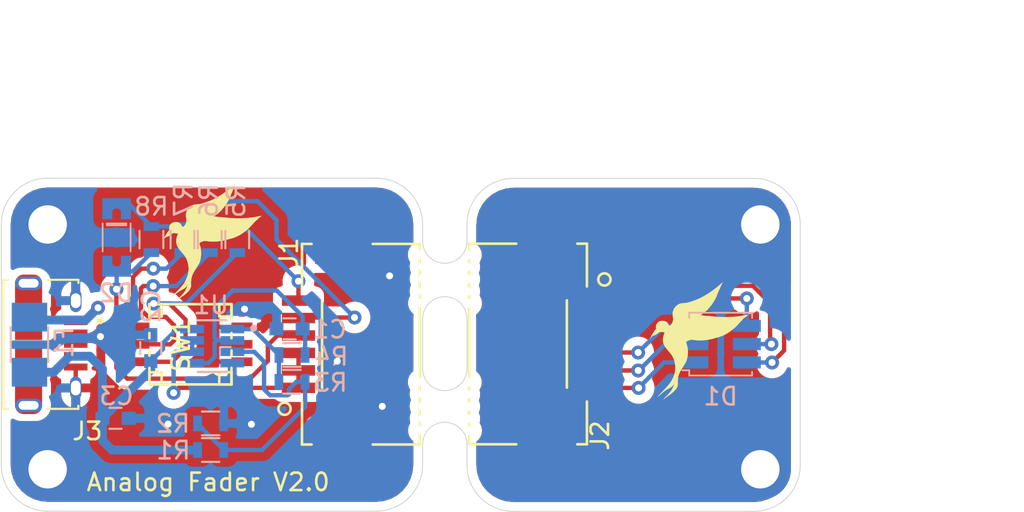
<source format=kicad_pcb>
(kicad_pcb (version 20171130) (host pcbnew "(5.1.9)-1")
  (layers (0 F.Cu signal hide) (31 B.Cu signal) (34 B.Paste user) (35 F.Paste user) (36 B.SilkS user) (37 F.SilkS user) (38 B.Mask user) (39 F.Mask user) (44 Edge.Cuts user))
  (net 0 "")
  (net 1 GND)
  (net 2 "Net-(C1-Pad2)")
  (net 3 VCC)
  (net 4 "Net-(D1-Pad1)")
  (net 5 "Net-(D1-Pad2)")
  (net 6 "Net-(D1-Pad3)")
  (net 7 "Net-(D1-Pad6)")
  (net 8 "Net-(D1-Pad5)")
  (net 9 "Net-(D1-Pad4)")
  (net 10 "Net-(F1-Pad1)")
  (net 11 "Net-(J1-Pad1)")
  (net 12 "Net-(J1-Pad6)")
  (net 13 "Net-(J1-Pad5)")
  (net 14 "Net-(D2-Pad2)")
  (net 15 "Net-(J3-Pad2)")
  (net 16 "Net-(J3-Pad3)")
  (net 17 "Net-(J3-Pad4)")
  (net 18 "Net-(R1-Pad2)")
  (net 19 "Net-(R3-Pad1)")
  (net 20 "Net-(R5-Pad1)")
  (net 21 "Net-(R6-Pad1)")
  (net 22 "Net-(R7-Pad1)")
  (net 23 "Net-(D2-Pad1)")
  (module logo:Tern_logo (layer F.Cu) (at 146.3548 66.2305)
    (fp_text reference G*** hide)
    (fp_text value LOGO hide)
  )
  (module Mounting_Holes:MountingHole_2.2mm_M2_ISO7380_Pad (layer F.Cu) (at 149.86 59.563)
    (fp_text reference REF** hide)
    (fp_text value MountingHole_2.2mm_M2_ISO7380_Pad)
    (pad 1 thru_hole circle (at 0 0) (size 3.500001 3.500001) (drill 2.2) (layers *.Cu *.Mask) (net 1 GND))
  )
  (module Mounting_Holes:MountingHole_2.2mm_M2_ISO7380_Pad (layer F.Cu) (at 149.86 73.5965)
    (fp_text reference REF** hide)
    (fp_text value MountingHole_2.2mm_M2_ISO7380_Pad)
    (pad 1 thru_hole circle (at 0 0) (size 3.500001 3.500001) (drill 2.2) (layers *.Cu *.Mask) (net 1 GND))
  )
  (module AnalogFaderV2:mouse_bite (layer F.Cu) (at 133.1595 71.3867 180)
    (fp_text reference REF** hide)
    (fp_text value mouse_bite)
    (pad "" np_thru_hole circle (at 0 0 180) (size 0.5 0.5) (drill 0.5) (layers *.Cu *.Mask) (clearance 0.0254))
  )
  (module AnalogFaderV2:mouse_bite (layer F.Cu) (at 133.1468 68.6054 180)
    (fp_text reference REF** hide)
    (fp_text value mouse_bite)
    (pad "" np_thru_hole circle (at 0 0 180) (size 0.5 0.5) (drill 0.5) (layers *.Cu *.Mask) (clearance 0.0254))
  )
  (module AnalogFaderV2:mouse_bite (layer F.Cu) (at 133.0579 69.3039 180)
    (fp_text reference REF** hide)
    (fp_text value mouse_bite)
    (pad "" np_thru_hole circle (at 0 0 180) (size 0.5 0.5) (drill 0.5) (layers *.Cu *.Mask) (clearance 0.0254))
  )
  (module AnalogFaderV2:mouse_bite (layer F.Cu) (at 133.0579 70.7009 180)
    (fp_text reference REF** hide)
    (fp_text value mouse_bite)
    (pad "" np_thru_hole circle (at 0 0 180) (size 0.5 0.5) (drill 0.5) (layers *.Cu *.Mask) (clearance 0.0254))
  )
  (module AnalogFaderV2:mouse_bite (layer F.Cu) (at 133.0579 70.0024 180)
    (fp_text reference REF** hide)
    (fp_text value mouse_bite)
    (pad "" np_thru_hole circle (at 0 0 180) (size 0.5 0.5) (drill 0.5) (layers *.Cu *.Mask) (clearance 0.0254))
  )
  (module AnalogFaderV2:mouse_bite (layer F.Cu) (at 130.429 68.5927)
    (fp_text reference REF** hide)
    (fp_text value mouse_bite)
    (pad "" np_thru_hole circle (at 0 0) (size 0.5 0.5) (drill 0.5) (layers *.Cu *.Mask) (clearance 0.0254))
  )
  (module AnalogFaderV2:mouse_bite (layer F.Cu) (at 130.4417 71.374)
    (fp_text reference REF** hide)
    (fp_text value mouse_bite)
    (pad "" np_thru_hole circle (at 0 0) (size 0.5 0.5) (drill 0.5) (layers *.Cu *.Mask) (clearance 0.0254))
  )
  (module AnalogFaderV2:mouse_bite (layer F.Cu) (at 130.5306 70.6755)
    (fp_text reference REF** hide)
    (fp_text value mouse_bite)
    (pad "" np_thru_hole circle (at 0 0) (size 0.5 0.5) (drill 0.5) (layers *.Cu *.Mask) (clearance 0.0254))
  )
  (module AnalogFaderV2:mouse_bite (layer F.Cu) (at 130.5306 69.2785)
    (fp_text reference REF** hide)
    (fp_text value mouse_bite)
    (pad "" np_thru_hole circle (at 0 0) (size 0.5 0.5) (drill 0.5) (layers *.Cu *.Mask) (clearance 0.0254))
  )
  (module AnalogFaderV2:mouse_bite (layer F.Cu) (at 130.5306 69.977)
    (fp_text reference REF** hide)
    (fp_text value mouse_bite)
    (pad "" np_thru_hole circle (at 0 0) (size 0.5 0.5) (drill 0.5) (layers *.Cu *.Mask) (clearance 0.0254))
  )
  (module AnalogFaderV2:mouse_bite (layer F.Cu) (at 133.1595 64.0842 180)
    (fp_text reference REF** hide)
    (fp_text value mouse_bite)
    (pad "" np_thru_hole circle (at 0 0 180) (size 0.5 0.5) (drill 0.5) (layers *.Cu *.Mask) (clearance 0.0254))
  )
  (module AnalogFaderV2:mouse_bite (layer F.Cu) (at 133.1468 61.3029 180)
    (fp_text reference REF** hide)
    (fp_text value mouse_bite)
    (pad "" np_thru_hole circle (at 0 0 180) (size 0.5 0.5) (drill 0.5) (layers *.Cu *.Mask) (clearance 0.0254))
  )
  (module AnalogFaderV2:mouse_bite (layer F.Cu) (at 133.0579 62.0014 180)
    (fp_text reference REF** hide)
    (fp_text value mouse_bite)
    (pad "" np_thru_hole circle (at 0 0 180) (size 0.5 0.5) (drill 0.5) (layers *.Cu *.Mask) (clearance 0.0254))
  )
  (module AnalogFaderV2:mouse_bite (layer F.Cu) (at 133.0579 63.3984 180)
    (fp_text reference REF** hide)
    (fp_text value mouse_bite)
    (pad "" np_thru_hole circle (at 0 0 180) (size 0.5 0.5) (drill 0.5) (layers *.Cu *.Mask) (clearance 0.0254))
  )
  (module AnalogFaderV2:mouse_bite (layer F.Cu) (at 133.0579 62.6999 180)
    (fp_text reference REF** hide)
    (fp_text value mouse_bite)
    (pad "" np_thru_hole circle (at 0 0 180) (size 0.5 0.5) (drill 0.5) (layers *.Cu *.Mask) (clearance 0.0254))
  )
  (module AnalogFaderV2:mouse_bite (layer F.Cu) (at 130.4417 64.0715)
    (fp_text reference REF** hide)
    (fp_text value mouse_bite)
    (pad "" np_thru_hole circle (at 0 0) (size 0.5 0.5) (drill 0.5) (layers *.Cu *.Mask) (clearance 0.0254))
  )
  (module AnalogFaderV2:mouse_bite (layer F.Cu) (at 130.5306 63.373)
    (fp_text reference REF** hide)
    (fp_text value mouse_bite)
    (pad "" np_thru_hole circle (at 0 0) (size 0.5 0.5) (drill 0.5) (layers *.Cu *.Mask) (clearance 0.0254))
  )
  (module AnalogFaderV2:mouse_bite (layer F.Cu) (at 130.5306 62.6745)
    (fp_text reference REF** hide)
    (fp_text value mouse_bite)
    (pad "" np_thru_hole circle (at 0 0) (size 0.5 0.5) (drill 0.5) (layers *.Cu *.Mask) (clearance 0.0254))
  )
  (module AnalogFaderV2:mouse_bite (layer F.Cu) (at 130.5306 61.976)
    (fp_text reference REF** hide)
    (fp_text value mouse_bite)
    (pad "" np_thru_hole circle (at 0 0) (size 0.5 0.5) (drill 0.5) (layers *.Cu *.Mask) (clearance 0.0254))
  )
  (module AnalogFaderV2:mouse_bite (layer F.Cu) (at 130.429 61.2902)
    (fp_text reference REF** hide)
    (fp_text value mouse_bite)
    (pad "" np_thru_hole circle (at 0 0) (size 0.5 0.5) (drill 0.5) (layers *.Cu *.Mask) (clearance 0.0254))
  )
  (module Mounting_Holes:MountingHole_2.2mm_M2_ISO7380_Pad (layer F.Cu) (at 109.0422 73.5965)
    (fp_text reference REF** hide)
    (fp_text value MountingHole_2.2mm_M2_ISO7380_Pad)
    (pad 1 thru_hole circle (at 0 0) (size 3.500001 3.500001) (drill 2.2) (layers *.Cu *.Mask) (net 1 GND))
  )
  (module Mounting_Holes:MountingHole_2.2mm_M2_ISO7380_Pad (layer F.Cu) (at 109.0422 59.563)
    (fp_text reference REF** hide)
    (fp_text value MountingHole_2.2mm_M2_ISO7380_Pad)
    (pad 1 thru_hole circle (at 0 0) (size 3.500001 3.500001) (drill 2.2) (layers *.Cu *.Mask) (net 1 GND))
  )
  (module logo:Tern_logo (layer F.Cu) (at 118.4783 60.5663)
    (fp_text reference G*** hide)
    (fp_text value LOGO hide)
  )
  (module Capacitors_SMD:C_0603 (layer B.Cu) (at 122.8972 65.5447)
    (fp_text reference C1 (at 2.298 0.0381) (layer B.SilkS) (effects (justify mirror)))
    (fp_text value 10uf)
    (pad 1 smd rect (at -0.75 0) (size 0.8 0.75) (layers B.Cu B.Paste B.Mask) (net 1 GND))
    (pad 2 smd rect (at 0.75 0) (size 0.8 0.75) (layers B.Cu B.Paste B.Mask) (net 2 "Net-(C1-Pad2)"))
  )
  (module Capacitors_SMD:C_0603 (layer B.Cu) (at 114.9477 66.6496 90)
    (fp_text reference C2 (at 2.4003 0.0254 90) (layer B.SilkS) (effects (justify mirror)))
    (fp_text value 0.1uF)
    (pad 2 smd rect (at 0.75 0 90) (size 0.8 0.75) (layers B.Cu B.Paste B.Mask) (net 1 GND))
    (pad 1 smd rect (at -0.75 0 90) (size 0.8 0.75) (layers B.Cu B.Paste B.Mask) (net 3 VCC))
  )
  (module Capacitors_SMD:C_0603 (layer B.Cu) (at 112.9291 70.6755)
    (fp_text reference C3 (at 0.0501 -1.27) (layer B.SilkS) (effects (justify mirror)))
    (fp_text value 0.1uF)
    (pad 1 smd rect (at -0.75 0) (size 0.8 0.75) (layers B.Cu B.Paste B.Mask) (net 3 VCC))
    (pad 2 smd rect (at 0.75 0) (size 0.8 0.75) (layers B.Cu B.Paste B.Mask) (net 1 GND))
  )
  (module digikey-footprints:6-PLCC_3.5x3.5mm (layer B.Cu) (at 147.5881 66.421)
    (fp_text reference D1 (at 0 3 -180) (layer B.SilkS) (effects (justify mirror)))
    (fp_text value CLX6F-FKC)
    (pad 1 smd rect (at -1.5 1.05) (size 1.6 0.7) (layers B.Cu B.Paste B.Mask) (net 4 "Net-(D1-Pad1)"))
    (pad 2 smd rect (at -1.5 0) (size 1.6 0.7) (layers B.Cu B.Paste B.Mask) (net 5 "Net-(D1-Pad2)"))
    (pad 3 smd rect (at -1.5 -1.05) (size 1.6 0.7) (layers B.Cu B.Paste B.Mask) (net 6 "Net-(D1-Pad3)"))
    (pad 6 smd rect (at 1.5 1.05) (size 1.6 0.7) (layers B.Cu B.Paste B.Mask) (net 7 "Net-(D1-Pad6)"))
    (pad 5 smd rect (at 1.5 0) (size 1.6 0.7) (layers B.Cu B.Paste B.Mask) (net 8 "Net-(D1-Pad5)"))
    (pad 4 smd rect (at 1.5 -1.05) (size 1.6 0.7) (layers B.Cu B.Paste B.Mask) (net 9 "Net-(D1-Pad4)"))
  )
  (module digikey-footprints:SOD-80 (layer B.Cu) (at 112.9919 60.3065 270)
    (fp_text reference D2 (at 3.1935 0.0381 180) (layer B.SilkS) (effects (justify mirror)))
    (fp_text value D)
    (pad A smd rect (at 1.35 -0.5375 270) (size 0.6 0.575) (layers B.Cu B.Paste B.Mask) (net 14 "Net-(D2-Pad2)"))
    (pad A smd rect (at 1.35 0.5375 270) (size 0.6 0.575) (layers B.Cu B.Paste B.Mask) (net 14 "Net-(D2-Pad2)"))
    (pad K smd rect (at -1.35 -0.5375 270) (size 0.6 0.575) (layers B.Cu B.Paste B.Mask) (net 23 "Net-(D2-Pad1)"))
    (pad K smd rect (at -1.95 0 270) (size 0.6 1.65) (layers B.Cu B.Paste B.Mask) (net 23 "Net-(D2-Pad1)"))
    (pad A smd rect (at 1.95 0 270) (size 0.6 1.65) (layers B.Cu B.Paste B.Mask) (net 14 "Net-(D2-Pad2)"))
    (pad K smd rect (at -1.35 0.5375 270) (size 0.6 0.575) (layers B.Cu B.Paste B.Mask) (net 23 "Net-(D2-Pad1)"))
  )
  (module Fuse_Holders_and_Fuses:Fuse_SMD1206_Wave (layer B.Cu) (at 108.0008 66.4539 270)
    (fp_text reference F1 (at -0.1218 -1.9939 90) (layer B.SilkS) (effects (justify mirror)))
    (fp_text value Polyfuse_Small)
    (pad 2 smd rect (at 1.58 0 180) (size 2.03 1.65) (layers B.Cu B.Paste B.Mask) (net 3 VCC))
    (pad 1 smd rect (at -1.58 0 180) (size 2.03 1.65) (layers B.Cu B.Paste B.Mask) (net 10 "Net-(F1-Pad1)"))
  )
  (module Molex_FFC:molex_FFC_0522070633 (layer F.Cu) (at 124.3584 69.2277 90)
    (fp_text reference J1 (at 8.05 -1.5 90) (layer F.SilkS))
    (fp_text value Conn_01x06_Female)
    (pad S smd rect (at 8.45 1.4 90) (size 2.1 2.8) (layers F.Cu F.Paste F.Mask))
    (pad S smd rect (at -2.85 1.4 90) (size 2.1 2.8) (layers F.Cu F.Paste F.Mask))
    (pad 1 smd rect (at 0.3 -0.95 90) (size 0.6 1.9) (layers F.Cu F.Paste F.Mask) (net 11 "Net-(J1-Pad1)"))
    (pad 6 smd rect (at 5.3 -0.95 90) (size 0.6 1.9) (layers F.Cu F.Paste F.Mask) (net 12 "Net-(J1-Pad6)"))
    (pad 5 smd rect (at 4.3 -0.95 90) (size 0.6 1.9) (layers F.Cu F.Paste F.Mask) (net 13 "Net-(J1-Pad5)"))
    (pad 4 smd rect (at 3.3 -0.95 90) (size 0.6 1.9) (layers F.Cu F.Paste F.Mask) (net 14 "Net-(D2-Pad2)"))
    (pad 3 smd rect (at 2.3 -0.95 90) (size 0.6 1.9) (layers F.Cu F.Paste F.Mask) (net 11 "Net-(J1-Pad1)"))
    (pad 2 smd rect (at 1.3 -0.95 90) (size 0.6 1.9) (layers F.Cu F.Paste F.Mask) (net 11 "Net-(J1-Pad1)"))
  )
  (module Molex_FFC:molex_FFC_0522070633 (layer F.Cu) (at 139.1793 63.6143 270)
    (fp_text reference J2 (at 8.05 -1.5 90) (layer F.SilkS))
    (fp_text value Conn_01x06_Female)
    (pad 2 smd rect (at 1.3 -0.95 270) (size 0.6 1.9) (layers F.Cu F.Paste F.Mask) (net 8 "Net-(D1-Pad5)"))
    (pad 3 smd rect (at 2.3 -0.95 270) (size 0.6 1.9) (layers F.Cu F.Paste F.Mask) (net 9 "Net-(D1-Pad4)"))
    (pad 4 smd rect (at 3.3 -0.95 270) (size 0.6 1.9) (layers F.Cu F.Paste F.Mask) (net 6 "Net-(D1-Pad3)"))
    (pad 5 smd rect (at 4.3 -0.95 270) (size 0.6 1.9) (layers F.Cu F.Paste F.Mask) (net 5 "Net-(D1-Pad2)"))
    (pad 6 smd rect (at 5.3 -0.95 270) (size 0.6 1.9) (layers F.Cu F.Paste F.Mask) (net 4 "Net-(D1-Pad1)"))
    (pad 1 smd rect (at 0.3 -0.95 270) (size 0.6 1.9) (layers F.Cu F.Paste F.Mask) (net 7 "Net-(D1-Pad6)"))
    (pad S smd rect (at -2.85 1.4 270) (size 2.1 2.8) (layers F.Cu F.Paste F.Mask))
    (pad S smd rect (at 8.45 1.4 270) (size 2.1 2.8) (layers F.Cu F.Paste F.Mask))
  )
  (module 10118194-0001LF:AMPHENOL_10118194-0001LF (layer F.Cu) (at 107.95 66.4337 270)
    (fp_text reference J3 (at 4.9784 -3.3655 180) (layer F.SilkS) (effects (font (size 1.000953 1.000953))))
    (fp_text value USB_B_Micro)
    (fp_poly (pts (xy 2.3 0.78) (xy 2.3 -0.775) (xy 3.4975 -0.775) (xy 3.4975 -0.575) (xy 3.485731 -0.574662) (xy 3.472748 -0.57364) (xy 3.459836 -0.571941) (xy 3.447031 -0.569567) (xy 3.434368 -0.566527) (xy 3.421881 -0.562828) (xy 3.409605 -0.558481) (xy 3.397573 -0.553497) (xy 3.385818 -0.547891) (xy 3.374373 -0.541677) (xy 3.363269 -0.534872) (xy 3.352537 -0.527496) (xy 3.342205 -0.519567) (xy 3.332302 -0.51111) (xy 3.322855 -0.502145) (xy 3.31389 -0.492698) (xy 3.305433 -0.482795) (xy 3.297504 -0.472463) (xy 3.290128 -0.461731) (xy 3.283323 -0.450627) (xy 3.277109 -0.439182) (xy 3.271503 -0.427427) (xy 3.266519 -0.415395) (xy 3.262172 -0.403119) (xy 3.258473 -0.390632) (xy 3.255433 -0.377969) (xy 3.253059 -0.365164) (xy 3.25136 -0.352252) (xy 3.250338 -0.339269) (xy 3.25 -0.325) (xy 3.25 -0.315) (xy 3.25 0.315) (xy 3.25 0.325) (xy 3.250343 0.338084) (xy 3.25137 0.351132) (xy 3.253078 0.364109) (xy 3.255463 0.376978) (xy 3.258519 0.389705) (xy 3.262236 0.402254) (xy 3.266605 0.414592) (xy 3.271614 0.426684) (xy 3.277248 0.438498) (xy 3.283494 0.45) (xy 3.290332 0.46116) (xy 3.297746 0.471946) (xy 3.305714 0.48233) (xy 3.314214 0.492283) (xy 3.323223 0.501777) (xy 3.332717 0.510786) (xy 3.34267 0.519286) (xy 3.353054 0.527254) (xy 3.36384 0.534668) (xy 3.375 0.541506) (xy 3.386502 0.547752) (xy 3.398316 0.553386) (xy 3.410408 0.558395) (xy 3.422746 0.562764) (xy 3.435295 0.566481) (xy 3.448022 0.569537) (xy 3.460891 0.571922) (xy 3.473868 0.57363) (xy 3.486916 0.574657) (xy 3.5 0.575) (xy 3.513084 0.574657) (xy 3.526132 0.57363) (xy 3.539109 0.571922) (xy 3.551978 0.569537) (xy 3.564705 0.566481) (xy 3.577254 0.562764) (xy 3.589592 0.558395) (xy 3.601684 0.553386) (xy 3.613498 0.547752) (xy 3.625 0.541506) (xy 3.63616 0.534668) (xy 3.646946 0.527254) (xy 3.65733 0.519286) (xy 3.667283 0.510786) (xy 3.676777 0.501777) (xy 3.685786 0.492283) (xy 3.694286 0.48233) (xy 3.702254 0.471946) (xy 3.709668 0.46116) (xy 3.716506 0.45) (xy 3.722752 0.438498) (xy 3.728386 0.426684) (xy 3.733395 0.414592) (xy 3.737764 0.402254) (xy 3.741481 0.389705) (xy 3.744537 0.376978) (xy 3.746922 0.364109) (xy 3.74863 0.351132) (xy 3.749657 0.338084) (xy 3.75 0.325) (xy 3.75 -0.325) (xy 3.749662 -0.339269) (xy 3.74864 -0.352252) (xy 3.746941 -0.365164) (xy 3.744567 -0.377969) (xy 3.741527 -0.390632) (xy 3.737828 -0.403119) (xy 3.733481 -0.415395) (xy 3.728497 -0.427427) (xy 3.722891 -0.439182) (xy 3.716677 -0.450627) (xy 3.709872 -0.461731) (xy 3.702496 -0.472463) (xy 3.694567 -0.482795) (xy 3.68611 -0.492698) (xy 3.677145 -0.502145) (xy 3.667698 -0.51111) (xy 3.657795 -0.519567) (xy 3.647463 -0.527496) (xy 3.636731 -0.534872) (xy 3.625627 -0.541677) (xy 3.614182 -0.547891) (xy 3.602427 -0.553497) (xy 3.590395 -0.558481) (xy 3.578119 -0.562828) (xy 3.565632 -0.566527) (xy 3.552969 -0.569567) (xy 3.540164 -0.571941) (xy 3.527252 -0.57364) (xy 3.514269 -0.574662) (xy 3.5025 -0.575) (xy 3.5025 -0.775) (xy 3.527353 -0.774318) (xy 3.553384 -0.772269) (xy 3.579272 -0.768861) (xy 3.604946 -0.764103) (xy 3.630336 -0.758007) (xy 3.655373 -0.750591) (xy 3.679987 -0.741875) (xy 3.704111 -0.731882) (xy 3.727678 -0.720641) (xy 3.750626 -0.708182) (xy 3.77289 -0.694538) (xy 3.794409 -0.679748) (xy 3.815125 -0.663853) (xy 3.83498 -0.646895) (xy 3.853921 -0.628921) (xy 3.871895 -0.60998) (xy 3.888853 -0.590125) (xy 3.904748 -0.569409) (xy 3.919538 -0.54789) (xy 3.933182 -0.525626) (xy 3.945641 -0.502678) (xy 3.956882 -0.479111) (xy 3.966875 -0.454987) (xy 3.975591 -0.430373) (xy 3.983007 -0.405336) (xy 3.989103 -0.379946) (xy 3.993861 -0.354272) (xy 3.997269 -0.328384) (xy 3.999318 -0.302353) (xy 4 -0.275) (xy 4 0.275) (xy 3.999315 0.301168) (xy 3.997261 0.327264) (xy 3.993844 0.353217) (xy 3.989074 0.378956) (xy 3.982963 0.40441) (xy 3.975528 0.429508) (xy 3.96679 0.454184) (xy 3.956773 0.478368) (xy 3.945503 0.501995) (xy 3.933013 0.525) (xy 3.919335 0.54732) (xy 3.904508 0.568893) (xy 3.888573 0.58966) (xy 3.871572 0.609565) (xy 3.853553 0.628553) (xy 3.834565 0.646572) (xy 3.81466 0.663573) (xy 3.793893 0.679508) (xy 3.77232 0.694335) (xy 3.75 0.708013) (xy 3.726995 0.720503) (xy 3.703368 0.731773) (xy 3.679184 0.74179) (xy 3.654508 0.750528) (xy 3.62941 0.757963) (xy 3.603956 0.764074) (xy 3.578217 0.768844) (xy 3.552264 0.772261) (xy 3.526168 0.774315) (xy 3.5 0.775) (xy 2.305 0.775) (xy 2.305 0.78) (xy 2.3 0.78)) (layer F.Cu) (width 0.001))
    (fp_poly (pts (xy -2.3 -0.78) (xy -2.3 0.775) (xy -3.4975 0.775) (xy -3.4975 0.575) (xy -3.485731 0.574662) (xy -3.472748 0.57364) (xy -3.459836 0.571941) (xy -3.447031 0.569567) (xy -3.434368 0.566527) (xy -3.421881 0.562828) (xy -3.409605 0.558481) (xy -3.397573 0.553497) (xy -3.385818 0.547891) (xy -3.374373 0.541677) (xy -3.363269 0.534872) (xy -3.352537 0.527496) (xy -3.342205 0.519567) (xy -3.332302 0.51111) (xy -3.322855 0.502145) (xy -3.31389 0.492698) (xy -3.305433 0.482795) (xy -3.297504 0.472463) (xy -3.290128 0.461731) (xy -3.283323 0.450627) (xy -3.277109 0.439182) (xy -3.271503 0.427427) (xy -3.266519 0.415395) (xy -3.262172 0.403119) (xy -3.258473 0.390632) (xy -3.255433 0.377969) (xy -3.253059 0.365164) (xy -3.25136 0.352252) (xy -3.250338 0.339269) (xy -3.25 0.325) (xy -3.25 0.315) (xy -3.25 -0.315) (xy -3.25 -0.325) (xy -3.250343 -0.338084) (xy -3.25137 -0.351132) (xy -3.253078 -0.364109) (xy -3.255463 -0.376978) (xy -3.258519 -0.389705) (xy -3.262236 -0.402254) (xy -3.266605 -0.414592) (xy -3.271614 -0.426684) (xy -3.277248 -0.438498) (xy -3.283494 -0.45) (xy -3.290332 -0.46116) (xy -3.297746 -0.471946) (xy -3.305714 -0.48233) (xy -3.314214 -0.492283) (xy -3.323223 -0.501777) (xy -3.332717 -0.510786) (xy -3.34267 -0.519286) (xy -3.353054 -0.527254) (xy -3.36384 -0.534668) (xy -3.375 -0.541506) (xy -3.386502 -0.547752) (xy -3.398316 -0.553386) (xy -3.410408 -0.558395) (xy -3.422746 -0.562764) (xy -3.435295 -0.566481) (xy -3.448022 -0.569537) (xy -3.460891 -0.571922) (xy -3.473868 -0.57363) (xy -3.486916 -0.574657) (xy -3.5 -0.575) (xy -3.513084 -0.574657) (xy -3.526132 -0.57363) (xy -3.539109 -0.571922) (xy -3.551978 -0.569537) (xy -3.564705 -0.566481) (xy -3.577254 -0.562764) (xy -3.589592 -0.558395) (xy -3.601684 -0.553386) (xy -3.613498 -0.547752) (xy -3.625 -0.541506) (xy -3.63616 -0.534668) (xy -3.646946 -0.527254) (xy -3.65733 -0.519286) (xy -3.667283 -0.510786) (xy -3.676777 -0.501777) (xy -3.685786 -0.492283) (xy -3.694286 -0.48233) (xy -3.702254 -0.471946) (xy -3.709668 -0.46116) (xy -3.716506 -0.45) (xy -3.722752 -0.438498) (xy -3.728386 -0.426684) (xy -3.733395 -0.414592) (xy -3.737764 -0.402254) (xy -3.741481 -0.389705) (xy -3.744537 -0.376978) (xy -3.746922 -0.364109) (xy -3.74863 -0.351132) (xy -3.749657 -0.338084) (xy -3.75 -0.325) (xy -3.75 0.325) (xy -3.749662 0.339269) (xy -3.74864 0.352252) (xy -3.746941 0.365164) (xy -3.744567 0.377969) (xy -3.741527 0.390632) (xy -3.737828 0.403119) (xy -3.733481 0.415395) (xy -3.728497 0.427427) (xy -3.722891 0.439182) (xy -3.716677 0.450627) (xy -3.709872 0.461731) (xy -3.702496 0.472463) (xy -3.694567 0.482795) (xy -3.68611 0.492698) (xy -3.677145 0.502145) (xy -3.667698 0.51111) (xy -3.657795 0.519567) (xy -3.647463 0.527496) (xy -3.636731 0.534872) (xy -3.625627 0.541677) (xy -3.614182 0.547891) (xy -3.602427 0.553497) (xy -3.590395 0.558481) (xy -3.578119 0.562828) (xy -3.565632 0.566527) (xy -3.552969 0.569567) (xy -3.540164 0.571941) (xy -3.527252 0.57364) (xy -3.514269 0.574662) (xy -3.5025 0.575) (xy -3.5025 0.775) (xy -3.527353 0.774318) (xy -3.553384 0.772269) (xy -3.579272 0.768861) (xy -3.604946 0.764103) (xy -3.630336 0.758007) (xy -3.655373 0.750591) (xy -3.679987 0.741875) (xy -3.704111 0.731882) (xy -3.727678 0.720641) (xy -3.750626 0.708182) (xy -3.77289 0.694538) (xy -3.794409 0.679748) (xy -3.815125 0.663853) (xy -3.83498 0.646895) (xy -3.853921 0.628921) (xy -3.871895 0.60998) (xy -3.888853 0.590125) (xy -3.904748 0.569409) (xy -3.919538 0.54789) (xy -3.933182 0.525626) (xy -3.945641 0.502678) (xy -3.956882 0.479111) (xy -3.966875 0.454987) (xy -3.975591 0.430373) (xy -3.983007 0.405336) (xy -3.989103 0.379946) (xy -3.993861 0.354272) (xy -3.997269 0.328384) (xy -3.999318 0.302353) (xy -4 0.275) (xy -4 -0.275) (xy -3.999315 -0.301168) (xy -3.997261 -0.327264) (xy -3.993844 -0.353217) (xy -3.989074 -0.378956) (xy -3.982963 -0.40441) (xy -3.975528 -0.429508) (xy -3.96679 -0.454184) (xy -3.956773 -0.478368) (xy -3.945503 -0.501995) (xy -3.933013 -0.525) (xy -3.919335 -0.54732) (xy -3.904508 -0.568893) (xy -3.888573 -0.58966) (xy -3.871572 -0.609565) (xy -3.853553 -0.628553) (xy -3.834565 -0.646572) (xy -3.81466 -0.663573) (xy -3.793893 -0.679508) (xy -3.77232 -0.694335) (xy -3.75 -0.708013) (xy -3.726995 -0.720503) (xy -3.703368 -0.731773) (xy -3.679184 -0.74179) (xy -3.654508 -0.750528) (xy -3.62941 -0.757963) (xy -3.603956 -0.764074) (xy -3.578217 -0.768844) (xy -3.552264 -0.772261) (xy -3.526168 -0.774315) (xy -3.5 -0.775) (xy -2.305 -0.775) (xy -2.305 -0.78) (xy -2.3 -0.78)) (layer F.Cu) (width 0.001))
    (pad 1 smd rect (at -1.3 -2.7 270) (size 0.4 1.35) (layers F.Cu F.Paste F.Mask) (net 10 "Net-(F1-Pad1)"))
    (pad 2 smd rect (at -0.65 -2.7 270) (size 0.4 1.35) (layers F.Cu F.Paste F.Mask) (net 15 "Net-(J3-Pad2)"))
    (pad 3 smd rect (at 0 -2.7 270) (size 0.4 1.35) (layers F.Cu F.Paste F.Mask) (net 16 "Net-(J3-Pad3)"))
    (pad 4 smd rect (at 0.65 -2.7 270) (size 0.4 1.35) (layers F.Cu F.Paste F.Mask) (net 17 "Net-(J3-Pad4)"))
    (pad 5 smd rect (at 1.3 -2.7 270) (size 0.4 1.35) (layers F.Cu F.Paste F.Mask) (net 1 GND))
    (pad S1 thru_hole oval (at -2.5 -2.7 270) (size 1.3 0.65) (drill oval 0.85 0.55) (layers *.Cu *.Mask) (net 1 GND))
    (pad S2 thru_hole oval (at 2.5 -2.7 270) (size 1.3 0.65) (drill oval 0.85 0.55) (layers *.Cu *.Mask) (net 1 GND))
    (pad S3 thru_hole oval (at -3.5 0 270) (size 0.775 1.55) (drill oval 0.5 1.15) (layers *.Cu *.Mask))
    (pad S4 smd rect (at -1 0 270) (size 1.5 1.55) (layers F.Cu F.Paste F.Mask))
    (pad S5 smd rect (at 1 0 270) (size 1.5 1.55) (layers F.Cu F.Paste F.Mask))
    (pad S6 thru_hole oval (at 3.5 0 270) (size 0.775 1.55) (drill oval 0.5 1.15) (layers *.Cu *.Mask))
  )
  (module Resistors_SMD:R_0603 (layer B.Cu) (at 118.3774 72.4916)
    (fp_text reference R1 (at -2.1343 0.0254) (layer B.SilkS) (effects (justify mirror)))
    (fp_text value 2k)
    (pad 2 smd rect (at 0.75 0) (size 0.5 0.9) (layers B.Cu B.Paste B.Mask) (net 18 "Net-(R1-Pad2)"))
    (pad 1 smd rect (at -0.75 0) (size 0.5 0.9) (layers B.Cu B.Paste B.Mask) (net 3 VCC))
  )
  (module Resistors_SMD:R_0603 (layer B.Cu) (at 118.3774 70.9676)
    (fp_text reference R2 (at -2.1597 0.0127) (layer B.SilkS) (effects (justify mirror)))
    (fp_text value 2k)
    (pad 2 smd rect (at 0.75 0) (size 0.5 0.9) (layers B.Cu B.Paste B.Mask) (net 1 GND))
    (pad 1 smd rect (at -0.75 0) (size 0.5 0.9) (layers B.Cu B.Paste B.Mask) (net 18 "Net-(R1-Pad2)"))
  )
  (module Resistors_SMD:R_0603 (layer B.Cu) (at 123.0383 68.58)
    (fp_text reference R3 (at 2.1964 0.0508) (layer B.SilkS) (effects (justify mirror)))
    (fp_text value 1k)
    (pad 1 smd rect (at -0.75 0) (size 0.5 0.9) (layers B.Cu B.Paste B.Mask) (net 19 "Net-(R3-Pad1)"))
    (pad 2 smd rect (at 0.75 0) (size 0.5 0.9) (layers B.Cu B.Paste B.Mask) (net 18 "Net-(R1-Pad2)"))
  )
  (module Resistors_SMD:R_0603 (layer B.Cu) (at 123.0383 67.0433)
    (fp_text reference R4 (at 2.2472 0.0889) (layer B.SilkS) (effects (justify mirror)))
    (fp_text value 82k)
    (pad 2 smd rect (at 0.75 0) (size 0.5 0.9) (layers B.Cu B.Paste B.Mask) (net 2 "Net-(C1-Pad2)"))
    (pad 1 smd rect (at -0.75 0) (size 0.5 0.9) (layers B.Cu B.Paste B.Mask) (net 19 "Net-(R3-Pad1)"))
  )
  (module Resistors_SMD:R_0603 (layer B.Cu) (at 119.9007 60.4273 90)
    (fp_text reference R5 (at 2.2232 -0.0635 90) (layer B.SilkS) (effects (justify mirror)))
    (fp_text value 75)
    (pad 1 smd rect (at -0.75 0 90) (size 0.5 0.9) (layers B.Cu B.Paste B.Mask) (net 20 "Net-(R5-Pad1)"))
    (pad 2 smd rect (at 0.75 0 90) (size 0.5 0.9) (layers B.Cu B.Paste B.Mask) (net 12 "Net-(J1-Pad6)"))
  )
  (module Resistors_SMD:R_0603 (layer B.Cu) (at 118.3259 60.4273 90)
    (fp_text reference R6 (at 2.2359 -0.0508 90) (layer B.SilkS) (effects (justify mirror)))
    (fp_text value 105)
    (pad 2 smd rect (at 0.75 0 90) (size 0.5 0.9) (layers B.Cu B.Paste B.Mask) (net 13 "Net-(J1-Pad5)"))
    (pad 1 smd rect (at -0.75 0 90) (size 0.5 0.9) (layers B.Cu B.Paste B.Mask) (net 21 "Net-(R6-Pad1)"))
  )
  (module Resistors_SMD:R_0603 (layer B.Cu) (at 116.7638 60.4273 90)
    (fp_text reference R7 (at 2.274 0.0635 90) (layer B.SilkS) (effects (justify mirror)))
    (fp_text value "110 or 63")
    (pad 1 smd rect (at -0.75 0 90) (size 0.5 0.9) (layers B.Cu B.Paste B.Mask) (net 22 "Net-(R7-Pad1)"))
    (pad 2 smd rect (at 0.75 0 90) (size 0.5 0.9) (layers B.Cu B.Paste B.Mask) (net 23 "Net-(D2-Pad1)"))
  )
  (module Resistors_SMD:R_0603 (layer B.Cu) (at 114.9858 60.4273 270)
    (fp_text reference R8 (at -1.8923 0 180) (layer B.SilkS) (effects (justify mirror)))
    (fp_text value 0)
    (pad 1 smd rect (at -0.75 0 270) (size 0.5 0.9) (layers B.Cu B.Paste B.Mask) (net 23 "Net-(D2-Pad1)"))
    (pad 2 smd rect (at 0.75 0 270) (size 0.5 0.9) (layers B.Cu B.Paste B.Mask) (net 14 "Net-(D2-Pad2)"))
  )
  (module AnalogFaderV1:CVS-03B (layer F.Cu) (at 117.221 66.4337 270)
    (fp_text reference SW1 (at 0.05 0.55 90) (layer F.SilkS))
    (fp_text value SW_DIP_x03)
    (pad 6 smd rect (at -1 -2.95 270) (size 0.5 1.2) (layers F.Cu F.Paste F.Mask) (net 1 GND))
    (pad 5 smd rect (at 0 -2.95 270) (size 0.5 1.2) (layers F.Cu F.Paste F.Mask) (net 1 GND))
    (pad 4 smd rect (at 1 -2.95 270) (size 0.5 1.2) (layers F.Cu F.Paste F.Mask) (net 1 GND))
    (pad 1 smd rect (at -1 2.95 270) (size 0.5 1.2) (layers F.Cu F.Paste F.Mask) (net 22 "Net-(R7-Pad1)"))
    (pad 2 smd rect (at 0 2.95 270) (size 0.5 1.2) (layers F.Cu F.Paste F.Mask) (net 21 "Net-(R6-Pad1)"))
    (pad 3 smd rect (at 1 2.95 270) (size 0.5 1.2) (layers F.Cu F.Paste F.Mask) (net 20 "Net-(R5-Pad1)"))
  )
  (module LMV358_sot_23_8:SOT_23_8_LMV358 (layer B.Cu) (at 118.4656 66.5353 180)
    (fp_text reference U1 (at 0.0635 2.3495) (layer B.SilkS) (effects (font (size 1.001449 1.001449)) (justify mirror)))
    (fp_text value LMV358)
    (pad 2 smd rect (at -1.15 0.325 180) (size 1.37 0.49) (layers B.Cu B.Paste B.Mask) (net 2 "Net-(C1-Pad2)"))
    (pad 3 smd rect (at -1.15 -0.325 180) (size 1.37 0.49) (layers B.Cu B.Paste B.Mask) (net 18 "Net-(R1-Pad2)"))
    (pad 4 smd rect (at -1.15 -0.975 180) (size 1.37 0.49) (layers B.Cu B.Paste B.Mask) (net 1 GND))
    (pad 1 smd rect (at -1.15 0.975 180) (size 1.37 0.49) (layers B.Cu B.Paste B.Mask) (net 19 "Net-(R3-Pad1)"))
    (pad 6 smd rect (at 1.15 -0.325 180) (size 1.37 0.49) (layers B.Cu B.Paste B.Mask) (net 11 "Net-(J1-Pad1)"))
    (pad 7 smd rect (at 1.15 0.325 180) (size 1.37 0.49) (layers B.Cu B.Paste B.Mask) (net 11 "Net-(J1-Pad1)"))
    (pad 8 smd rect (at 1.15 0.975 180) (size 1.37 0.49) (layers B.Cu B.Paste B.Mask) (net 3 VCC))
    (pad 5 smd rect (at 1.15 -0.975 180) (size 1.37 0.49) (layers B.Cu B.Paste B.Mask) (net 2 "Net-(C1-Pad2)"))
  )
  (gr_text "Analog Fader V2.0" (at 118.237 74.3331) (layer F.SilkS) (effects (font (size 1 1))))
  (gr_line (start 130.5179 67.818) (end 130.5179 64.9732) (layer Edge.Cuts) (width 0.05))
  (gr_line (start 133.0579 67.818) (end 133.0579 64.9732) (layer Edge.Cuts) (width 0.05))
  (gr_arc (start 131.7879 67.818) (end 130.5179 67.818) (angle -180) (layer Edge.Cuts) (width 0.05))
  (gr_arc (start 131.7879 64.9732) (end 133.0579 64.9732) (angle -180) (layer Edge.Cuts) (width 0.05))
  (gr_arc (start 131.7879 60.5155) (end 130.5179 60.5155) (angle -180) (layer Edge.Cuts) (width 0.05))
  (gr_arc (start 131.7879 72.1741) (end 133.0579 72.1741) (angle -180) (layer Edge.Cuts) (width 0.05))
  (gr_line (start 133.0579 59.5757) (end 133.0579 60.5155) (layer Edge.Cuts) (width 0.05))
  (gr_line (start 133.0579 72.1741) (end 133.0579 73.3552) (layer Edge.Cuts) (width 0.05))
  (gr_line (start 130.5179 73.3425) (end 130.5179 72.1741) (layer Edge.Cuts) (width 0.05))
  (gr_line (start 130.5179 59.563) (end 130.5179 60.5155) (layer Edge.Cuts) (width 0.05))
  (gr_line (start 135.7122 76.0095) (end 149.4917 76.0095) (layer Edge.Cuts) (width 0.05))
  (gr_line (start 149.4917 56.9214) (end 135.7122 56.9214) (layer Edge.Cuts) (width 0.05))
  (gr_line (start 152.146 73.3552) (end 152.146 59.5757) (layer Edge.Cuts) (width 0.05))
  (gr_arc (start 135.7122 73.3552) (end 133.0579 73.3552) (angle -90) (layer Edge.Cuts) (width 0.05))
  (gr_arc (start 149.4917 73.3552) (end 149.4917 76.0095) (angle -90) (layer Edge.Cuts) (width 0.05))
  (gr_arc (start 149.4917 59.5757) (end 152.146 59.5757) (angle -90) (layer Edge.Cuts) (width 0.05))
  (gr_arc (start 135.7122 59.5757) (end 135.7122 56.9214) (angle -90) (layer Edge.Cuts) (width 0.05))
  (gr_line (start 127.8636 75.9968) (end 109.0422 75.9968) (layer Edge.Cuts) (width 0.05))
  (gr_line (start 109.0422 56.9087) (end 127.8636 56.9087) (layer Edge.Cuts) (width 0.05))
  (gr_line (start 106.3879 73.3425) (end 106.3879 59.563) (layer Edge.Cuts) (width 0.05))
  (gr_arc (start 127.8636 73.3425) (end 127.8636 75.9968) (angle -90) (layer Edge.Cuts) (width 0.05))
  (gr_arc (start 109.0422 73.3425) (end 106.3879 73.3425) (angle -90) (layer Edge.Cuts) (width 0.05))
  (gr_arc (start 109.0422 59.563) (end 109.0422 56.9087) (angle -90) (layer Edge.Cuts) (width 0.05))
  (gr_arc (start 127.8636 59.563) (end 130.5179 59.563) (angle -90) (layer Edge.Cuts) (width 0.05))
  (segment (start 110.65 67.7337) (end 110.65 68.9337) (width 0.25) (layer F.Cu) (net 1))
  (via (at 120.7135 71.0184) (size 0.8) (drill 0.4) (layers F.Cu B.Cu) (net 1))
  (via (at 115.9383 71.0057) (size 0.8) (drill 0.4) (layers F.Cu B.Cu) (net 1))
  (via (at 120.3198 64.4144) (size 0.8) (drill 0.4) (layers F.Cu B.Cu) (net 1))
  (via (at 125.6284 67.3989) (size 0.8) (drill 0.4) (layers F.Cu B.Cu) (net 1))
  (via (at 128.2065 69.9897) (size 0.8) (drill 0.4) (layers F.Cu B.Cu) (net 1))
  (via (at 128.6256 62.5094) (size 0.8) (drill 0.4) (layers F.Cu B.Cu) (net 1))
  (via (at 112.0648 65.9892) (size 0.8) (drill 0.4) (layers F.Cu B.Cu) (net 1))
  (segment (start 119.6156 67.5103) (end 119.6156 68.7648) (width 0.25) (layer B.Cu) (net 1))
  (segment (start 120.7135 69.8627) (end 120.7135 71.0184) (width 0.25) (layer B.Cu) (net 1))
  (segment (start 119.6156 68.7648) (end 120.7135 69.8627) (width 0.25) (layer B.Cu) (net 1))
  (segment (start 120.171 65.4337) (end 118.4181 65.4337) (width 0.25) (layer F.Cu) (net 1))
  (segment (start 118.4181 65.4337) (end 118.2624 65.278) (width 0.25) (layer F.Cu) (net 1))
  (segment (start 118.2624 65.278) (end 118.2624 64.2493) (width 0.25) (layer F.Cu) (net 1))
  (segment (start 118.2624 64.2493) (end 118.7069 63.8048) (width 0.25) (layer F.Cu) (net 1))
  (segment (start 119.7102 63.8048) (end 120.3198 64.4144) (width 0.25) (layer F.Cu) (net 1))
  (segment (start 118.7069 63.8048) (end 119.7102 63.8048) (width 0.25) (layer F.Cu) (net 1))
  (segment (start 120.171 66.4337) (end 118.3132 66.4337) (width 0.25) (layer F.Cu) (net 1))
  (segment (start 118.4181 66.3288) (end 118.4181 65.4337) (width 0.25) (layer F.Cu) (net 1))
  (segment (start 118.3132 66.4337) (end 118.4181 66.3288) (width 0.25) (layer F.Cu) (net 1))
  (segment (start 120.171 67.4337) (end 118.4242 67.4337) (width 0.25) (layer F.Cu) (net 1))
  (segment (start 118.3132 67.3227) (end 118.3132 66.4337) (width 0.25) (layer F.Cu) (net 1))
  (segment (start 118.4242 67.4337) (end 118.3132 67.3227) (width 0.25) (layer F.Cu) (net 1))
  (segment (start 118.750598 66.2103) (end 118.605599 66.355299) (width 0.25) (layer B.Cu) (net 2))
  (segment (start 119.6156 66.2103) (end 118.750598 66.2103) (width 0.25) (layer B.Cu) (net 2))
  (segment (start 118.2506 67.5103) (end 117.3156 67.5103) (width 0.25) (layer B.Cu) (net 2))
  (segment (start 118.605599 67.155301) (end 118.2506 67.5103) (width 0.25) (layer B.Cu) (net 2))
  (segment (start 118.605599 66.355299) (end 118.605599 67.155301) (width 0.25) (layer B.Cu) (net 2))
  (segment (start 118.605599 66.065301) (end 118.605599 64.376001) (width 0.25) (layer B.Cu) (net 2))
  (segment (start 118.750598 66.2103) (end 118.605599 66.065301) (width 0.25) (layer B.Cu) (net 2))
  (segment (start 118.605599 64.376001) (end 119.634 63.3476) (width 0.25) (layer B.Cu) (net 2))
  (segment (start 119.634 63.3476) (end 122.1613 63.3476) (width 0.25) (layer B.Cu) (net 2))
  (segment (start 123.6472 64.8335) (end 123.6472 65.5447) (width 0.25) (layer B.Cu) (net 2))
  (segment (start 122.1613 63.3476) (end 123.6472 64.8335) (width 0.25) (layer B.Cu) (net 2))
  (segment (start 123.6472 65.5447) (end 123.6472 65.6209) (width 0.25) (layer B.Cu) (net 2))
  (segment (start 123.7883 65.762) (end 123.7883 67.0433) (width 0.25) (layer B.Cu) (net 2))
  (segment (start 123.6472 65.6209) (end 123.7883 65.762) (width 0.25) (layer B.Cu) (net 2))
  (segment (start 108.0008 68.0339) (end 109.3851 68.0339) (width 0.508) (layer B.Cu) (net 3))
  (segment (start 109.3851 68.0339) (end 110.2995 67.1195) (width 0.508) (layer B.Cu) (net 3))
  (segment (start 110.2995 67.1195) (end 111.4552 67.1195) (width 0.508) (layer B.Cu) (net 3))
  (segment (start 112.1791 67.8434) (end 112.1791 70.6755) (width 0.508) (layer B.Cu) (net 3))
  (segment (start 111.4552 67.1195) (end 112.1791 67.8434) (width 0.508) (layer B.Cu) (net 3))
  (segment (start 112.1791 70.6755) (end 112.1791 71.9455) (width 0.508) (layer B.Cu) (net 3))
  (segment (start 112.7252 72.4916) (end 117.6274 72.4916) (width 0.508) (layer B.Cu) (net 3))
  (segment (start 112.1791 71.9455) (end 112.7252 72.4916) (width 0.508) (layer B.Cu) (net 3))
  (segment (start 114.9477 67.9069) (end 112.1791 70.6755) (width 0.508) (layer B.Cu) (net 3))
  (segment (start 114.9477 67.3996) (end 114.9477 67.9069) (width 0.508) (layer B.Cu) (net 3))
  (segment (start 116.450598 65.5603) (end 117.3156 65.5603) (width 0.25) (layer B.Cu) (net 3))
  (segment (start 115.647701 66.363197) (end 116.450598 65.5603) (width 0.25) (layer B.Cu) (net 3))
  (segment (start 115.647701 66.699599) (end 115.647701 66.363197) (width 0.25) (layer B.Cu) (net 3))
  (segment (start 114.9477 67.3996) (end 115.647701 66.699599) (width 0.25) (layer B.Cu) (net 3))
  (via (at 142.888265 68.931965) (size 0.8) (drill 0.4) (layers F.Cu B.Cu) (net 4))
  (segment (start 144.34923 67.471) (end 142.888265 68.931965) (width 0.25) (layer B.Cu) (net 4))
  (segment (start 146.0881 67.471) (end 144.34923 67.471) (width 0.25) (layer B.Cu) (net 4))
  (segment (start 140.146965 68.931965) (end 140.1293 68.9143) (width 0.25) (layer F.Cu) (net 4))
  (segment (start 142.888265 68.931965) (end 140.146965 68.931965) (width 0.25) (layer F.Cu) (net 4))
  (via (at 142.8623 67.9323) (size 0.8) (drill 0.4) (layers F.Cu B.Cu) (net 5))
  (segment (start 142.906602 67.9323) (end 142.8623 67.9323) (width 0.25) (layer B.Cu) (net 5))
  (segment (start 144.417902 66.421) (end 142.906602 67.9323) (width 0.25) (layer B.Cu) (net 5))
  (segment (start 146.0881 66.421) (end 144.417902 66.421) (width 0.25) (layer B.Cu) (net 5))
  (segment (start 140.1473 67.9323) (end 140.1293 67.9143) (width 0.25) (layer F.Cu) (net 5))
  (segment (start 142.8623 67.9323) (end 140.1473 67.9323) (width 0.25) (layer F.Cu) (net 5))
  (via (at 142.8623 66.9036) (size 0.8) (drill 0.4) (layers F.Cu B.Cu) (net 6))
  (segment (start 144.3949 65.371) (end 142.8623 66.9036) (width 0.25) (layer B.Cu) (net 6))
  (segment (start 146.0881 65.371) (end 144.3949 65.371) (width 0.25) (layer B.Cu) (net 6))
  (segment (start 140.14 66.9036) (end 140.1293 66.9143) (width 0.25) (layer F.Cu) (net 6))
  (segment (start 142.8623 66.9036) (end 140.14 66.9036) (width 0.25) (layer F.Cu) (net 6))
  (segment (start 140.1293 63.9143) (end 142.2194 63.9143) (width 0.25) (layer F.Cu) (net 7))
  (segment (start 142.2194 63.9143) (end 143.7513 62.3824) (width 0.25) (layer F.Cu) (net 7))
  (segment (start 143.7513 62.3824) (end 149.8854 62.3824) (width 0.25) (layer F.Cu) (net 7))
  (via (at 150.5331 67.4751) (size 0.8) (drill 0.4) (layers F.Cu B.Cu) (net 7))
  (segment (start 151.220001 66.788199) (end 150.5331 67.4751) (width 0.25) (layer F.Cu) (net 7))
  (segment (start 151.220001 63.717001) (end 151.220001 66.788199) (width 0.25) (layer F.Cu) (net 7))
  (segment (start 149.8854 62.3824) (end 151.220001 63.717001) (width 0.25) (layer F.Cu) (net 7))
  (segment (start 149.0922 67.4751) (end 149.0881 67.471) (width 0.25) (layer B.Cu) (net 7))
  (segment (start 150.5331 67.4751) (end 149.0922 67.4751) (width 0.25) (layer B.Cu) (net 7))
  (segment (start 149.433301 63.079799) (end 150.4188 64.065298) (width 0.25) (layer F.Cu) (net 8))
  (segment (start 143.941491 63.079799) (end 149.433301 63.079799) (width 0.25) (layer F.Cu) (net 8))
  (segment (start 142.10699 64.9143) (end 143.941491 63.079799) (width 0.25) (layer F.Cu) (net 8))
  (segment (start 140.1293 64.9143) (end 142.10699 64.9143) (width 0.25) (layer F.Cu) (net 8))
  (via (at 150.495 66.421) (size 0.8) (drill 0.4) (layers F.Cu B.Cu) (net 8))
  (segment (start 150.4188 66.3448) (end 150.495 66.421) (width 0.25) (layer F.Cu) (net 8))
  (segment (start 150.4188 64.065298) (end 150.4188 66.3448) (width 0.25) (layer F.Cu) (net 8))
  (segment (start 150.495 66.421) (end 149.0881 66.421) (width 0.25) (layer B.Cu) (net 8))
  (segment (start 140.1293 65.9143) (end 141.7434 65.9143) (width 0.25) (layer F.Cu) (net 9))
  (via (at 149.0853 63.8048) (size 0.8) (drill 0.4) (layers F.Cu B.Cu) (net 9))
  (segment (start 143.8529 63.8048) (end 149.0853 63.8048) (width 0.25) (layer F.Cu) (net 9))
  (segment (start 141.7434 65.9143) (end 143.8529 63.8048) (width 0.25) (layer F.Cu) (net 9))
  (segment (start 149.0853 65.3682) (end 149.0881 65.371) (width 0.25) (layer B.Cu) (net 9))
  (segment (start 149.0853 63.8048) (end 149.0853 65.3682) (width 0.25) (layer B.Cu) (net 9))
  (segment (start 108.03561 64.90871) (end 108.0008 64.8739) (width 0.25) (layer B.Cu) (net 10))
  (segment (start 111.22559 65.03771) (end 111.9251 64.3382) (width 0.508) (layer B.Cu) (net 10))
  (segment (start 108.16461 65.03771) (end 111.22559 65.03771) (width 0.508) (layer B.Cu) (net 10))
  (via (at 111.9251 64.3382) (size 0.8) (drill 0.4) (layers F.Cu B.Cu) (net 10))
  (segment (start 108.0008 64.8739) (end 108.16461 65.03771) (width 0.508) (layer B.Cu) (net 10))
  (segment (start 111.133601 65.129699) (end 110.65 65.129699) (width 0.381) (layer F.Cu) (net 10))
  (segment (start 111.9251 64.3382) (end 111.133601 65.129699) (width 0.381) (layer F.Cu) (net 10))
  (segment (start 117.3156 66.8603) (end 117.3156 66.2103) (width 0.25) (layer B.Cu) (net 11))
  (via (at 116.2558 69.215) (size 0.8) (drill 0.4) (layers F.Cu B.Cu) (net 11))
  (segment (start 116.5431 68.9277) (end 116.2558 69.215) (width 0.25) (layer F.Cu) (net 11))
  (segment (start 123.4084 68.9277) (end 116.5431 68.9277) (width 0.25) (layer F.Cu) (net 11))
  (segment (start 116.3806 66.8603) (end 117.3156 66.8603) (width 0.25) (layer B.Cu) (net 11))
  (segment (start 116.2558 66.9851) (end 116.3806 66.8603) (width 0.25) (layer B.Cu) (net 11))
  (segment (start 116.2558 69.215) (end 116.2558 66.9851) (width 0.25) (layer B.Cu) (net 11))
  (segment (start 123.4084 66.9277) (end 123.4084 67.9277) (width 0.25) (layer F.Cu) (net 11))
  (segment (start 123.4084 67.9277) (end 123.4084 68.9277) (width 0.25) (layer F.Cu) (net 11))
  (via (at 123.4059 62.8142) (size 0.8) (drill 0.4) (layers F.Cu B.Cu) (net 12))
  (segment (start 120.269 59.6773) (end 123.4059 62.8142) (width 0.25) (layer B.Cu) (net 12))
  (segment (start 119.9007 59.6773) (end 120.269 59.6773) (width 0.25) (layer B.Cu) (net 12))
  (segment (start 123.4059 63.9252) (end 123.4084 63.9277) (width 0.25) (layer F.Cu) (net 12))
  (segment (start 123.4059 62.8142) (end 123.4059 63.9252) (width 0.25) (layer F.Cu) (net 12))
  (segment (start 118.3259 59.6773) (end 118.3259 59.0042) (width 0.25) (layer B.Cu) (net 13))
  (segment (start 118.3259 59.0042) (end 119.1006 58.2295) (width 0.25) (layer B.Cu) (net 13))
  (segment (start 119.1006 58.2295) (end 121.0691 58.2295) (width 0.25) (layer B.Cu) (net 13))
  (segment (start 121.0691 58.2295) (end 122.1486 59.309) (width 0.25) (layer B.Cu) (net 13))
  (via (at 126.619 64.897) (size 0.8) (drill 0.4) (layers F.Cu B.Cu) (net 13))
  (segment (start 122.1486 60.4266) (end 126.619 64.897) (width 0.25) (layer B.Cu) (net 13))
  (segment (start 122.1486 59.309) (end 122.1486 60.4266) (width 0.25) (layer B.Cu) (net 13))
  (segment (start 123.4391 64.897) (end 123.4084 64.9277) (width 0.25) (layer F.Cu) (net 13))
  (segment (start 126.619 64.897) (end 123.4391 64.897) (width 0.25) (layer F.Cu) (net 13))
  (segment (start 113.5294 61.719) (end 112.9919 62.2565) (width 0.25) (layer B.Cu) (net 14))
  (segment (start 113.5294 61.6565) (end 113.5294 61.719) (width 0.25) (layer B.Cu) (net 14))
  (segment (start 112.4544 61.719) (end 112.9919 62.2565) (width 0.25) (layer B.Cu) (net 14))
  (segment (start 112.4544 61.6565) (end 112.4544 61.719) (width 0.25) (layer B.Cu) (net 14))
  (segment (start 113.9066 62.2565) (end 114.9858 61.1773) (width 0.25) (layer B.Cu) (net 14))
  (segment (start 112.9919 62.2565) (end 113.9066 62.2565) (width 0.25) (layer B.Cu) (net 14))
  (segment (start 120.637502 68.4022) (end 121.6533 67.386402) (width 0.25) (layer F.Cu) (net 14))
  (segment (start 122.2084 65.9277) (end 123.4084 65.9277) (width 0.25) (layer F.Cu) (net 14))
  (segment (start 121.6533 66.4828) (end 122.2084 65.9277) (width 0.25) (layer F.Cu) (net 14))
  (segment (start 121.6533 67.386402) (end 121.6533 66.4828) (width 0.25) (layer F.Cu) (net 14))
  (via (at 112.9792 63.2714) (size 0.8) (drill 0.4) (layers F.Cu B.Cu) (net 14))
  (segment (start 112.9919 63.2587) (end 112.9792 63.2714) (width 0.25) (layer B.Cu) (net 14))
  (segment (start 112.9919 62.2565) (end 112.9919 63.2587) (width 0.25) (layer B.Cu) (net 14))
  (segment (start 112.9792 67.7799) (end 113.6015 68.4022) (width 0.25) (layer F.Cu) (net 14))
  (segment (start 113.6015 68.4022) (end 120.637502 68.4022) (width 0.25) (layer F.Cu) (net 14))
  (segment (start 112.9792 63.2714) (end 112.9792 67.7799) (width 0.25) (layer F.Cu) (net 14))
  (segment (start 117.6274 70.9916) (end 119.1274 72.4916) (width 0.25) (layer B.Cu) (net 18))
  (segment (start 117.6274 70.9676) (end 117.6274 70.9916) (width 0.25) (layer B.Cu) (net 18))
  (segment (start 123.7883 68.58) (end 123.7883 70.0264) (width 0.25) (layer B.Cu) (net 18))
  (segment (start 121.3231 72.4916) (end 119.1274 72.4916) (width 0.25) (layer B.Cu) (net 18))
  (segment (start 123.7883 70.0264) (end 121.3231 72.4916) (width 0.25) (layer B.Cu) (net 18))
  (segment (start 123.7883 68.58) (end 123.2916 68.58) (width 0.25) (layer B.Cu) (net 18))
  (segment (start 121.778299 69.355001) (end 121.4374 69.014102) (width 0.25) (layer B.Cu) (net 18))
  (segment (start 122.798301 69.355001) (end 121.778299 69.355001) (width 0.25) (layer B.Cu) (net 18))
  (segment (start 122.863301 69.290001) (end 122.798301 69.355001) (width 0.25) (layer B.Cu) (net 18))
  (segment (start 122.863301 69.008299) (end 122.863301 69.290001) (width 0.25) (layer B.Cu) (net 18))
  (segment (start 123.2916 68.58) (end 122.863301 69.008299) (width 0.25) (layer B.Cu) (net 18))
  (segment (start 121.4374 69.014102) (end 121.4374 67.4243) (width 0.25) (layer B.Cu) (net 18))
  (segment (start 120.8734 66.8603) (end 119.6156 66.8603) (width 0.25) (layer B.Cu) (net 18))
  (segment (start 121.4374 67.4243) (end 120.8734 66.8603) (width 0.25) (layer B.Cu) (net 18))
  (segment (start 122.2883 67.0433) (end 122.2883 68.58) (width 0.25) (layer B.Cu) (net 19))
  (segment (start 120.8053 65.5603) (end 119.6156 65.5603) (width 0.25) (layer B.Cu) (net 19))
  (segment (start 122.2883 67.0433) (end 120.8053 65.5603) (width 0.25) (layer B.Cu) (net 19))
  (via (at 115.110862 64.095574) (size 0.8) (drill 0.4) (layers F.Cu B.Cu) (net 20))
  (segment (start 116.982426 64.095574) (end 115.110862 64.095574) (width 0.25) (layer B.Cu) (net 20))
  (segment (start 119.9007 61.1773) (end 116.982426 64.095574) (width 0.25) (layer B.Cu) (net 20))
  (segment (start 115.110862 64.095574) (end 116.013174 64.095574) (width 0.25) (layer F.Cu) (net 20))
  (segment (start 116.013174 64.095574) (end 116.9416 65.024) (width 0.25) (layer F.Cu) (net 20))
  (segment (start 116.9416 65.024) (end 116.9416 66.6623) (width 0.25) (layer F.Cu) (net 20))
  (segment (start 116.1702 67.4337) (end 114.271 67.4337) (width 0.25) (layer F.Cu) (net 20))
  (segment (start 116.9416 66.6623) (end 116.1702 67.4337) (width 0.25) (layer F.Cu) (net 20))
  (via (at 115.085869 63.095884) (size 0.8) (drill 0.4) (layers F.Cu B.Cu) (net 21))
  (segment (start 116.407316 63.095884) (end 115.085869 63.095884) (width 0.25) (layer B.Cu) (net 21))
  (segment (start 118.3259 61.1773) (end 116.407316 63.095884) (width 0.25) (layer B.Cu) (net 21))
  (segment (start 114.800985 64.858699) (end 115.798399 64.858699) (width 0.25) (layer F.Cu) (net 21))
  (segment (start 114.385861 63.230207) (end 114.385861 64.443575) (width 0.25) (layer F.Cu) (net 21))
  (segment (start 114.385861 64.443575) (end 114.800985 64.858699) (width 0.25) (layer F.Cu) (net 21))
  (segment (start 114.520184 63.095884) (end 114.385861 63.230207) (width 0.25) (layer F.Cu) (net 21))
  (segment (start 115.085869 63.095884) (end 114.520184 63.095884) (width 0.25) (layer F.Cu) (net 21))
  (segment (start 115.798399 64.858699) (end 116.2812 65.3415) (width 0.25) (layer F.Cu) (net 21))
  (segment (start 116.2812 65.3415) (end 116.2812 66.2178) (width 0.25) (layer F.Cu) (net 21))
  (segment (start 116.0653 66.4337) (end 114.271 66.4337) (width 0.25) (layer F.Cu) (net 21))
  (segment (start 116.2812 66.2178) (end 116.0653 66.4337) (width 0.25) (layer F.Cu) (net 21))
  (via (at 115.092502 62.095904) (size 0.8) (drill 0.4) (layers F.Cu B.Cu) (net 22))
  (segment (start 115.845196 62.095904) (end 115.092502 62.095904) (width 0.25) (layer B.Cu) (net 22))
  (segment (start 116.7638 61.1773) (end 115.845196 62.095904) (width 0.25) (layer B.Cu) (net 22))
  (segment (start 115.092502 62.095904) (end 114.408696 62.095904) (width 0.25) (layer F.Cu) (net 22))
  (segment (start 113.935852 65.098552) (end 114.271 65.4337) (width 0.25) (layer F.Cu) (net 22))
  (segment (start 113.935852 62.568748) (end 113.935852 65.098552) (width 0.25) (layer F.Cu) (net 22))
  (segment (start 114.408696 62.095904) (end 113.935852 62.568748) (width 0.25) (layer F.Cu) (net 22))
  (segment (start 113.665 58.3565) (end 114.9858 59.6773) (width 0.25) (layer B.Cu) (net 23))
  (segment (start 112.9919 58.3565) (end 113.665 58.3565) (width 0.25) (layer B.Cu) (net 23))
  (segment (start 113.5294 58.894) (end 112.9919 58.3565) (width 0.25) (layer B.Cu) (net 23))
  (segment (start 113.5294 58.9565) (end 113.5294 58.894) (width 0.25) (layer B.Cu) (net 23))
  (segment (start 112.4544 58.894) (end 112.9919 58.3565) (width 0.25) (layer B.Cu) (net 23))
  (segment (start 112.4544 58.9565) (end 112.4544 58.894) (width 0.25) (layer B.Cu) (net 23))
  (segment (start 114.9858 59.6773) (end 114.9858 59.6011) (width 0.25) (layer B.Cu) (net 23))
  (segment (start 114.9858 59.6773) (end 116.7638 59.6773) (width 0.25) (layer B.Cu) (net 23))
  (zone (net 0) (net_name "") (layer F.Cu) (connect_pads (clearance 0.508)) (min_thickness 0.254)
    (keepout (tracks allowed) (vias not_allowed) (copperpour not_allowed))
    (fill (arc_segments 32) (thermal_gap 0.508) (thermal_bridge_width 0.508))
    (polygon (pts (xy 121.0183 67.818) (xy 118.8847 67.818) (xy 118.8847 64.8462) (xy 121.0183 64.8462)))
  )
  (zone (net 1) (net_name GND) (layer B.Cu) (connect_pads (clearance 0.508)) (min_thickness 0.254) (fill yes (arc_segments 32) (thermal_gap 0.508) (thermal_bridge_width 0.508))
    (polygon (pts (xy 153.7335 76.0476) (xy 106.4006 76.0095) (xy 106.3879 56.9087) (xy 153.7081 56.896)))
  )
  (zone (net 1) (net_name GND) (layer F.Cu) (connect_pads (clearance 0.508)) (min_thickness 0.254) (fill yes (arc_segments 32) (thermal_gap 0.508) (thermal_bridge_width 0.508))
    (polygon (pts (xy 154.4193 76.4794) (xy 105.9942 76.3651) (xy 106.3879 56.8579) (xy 154.4447 56.7436)))
  )
)
</source>
